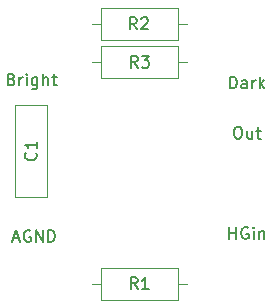
<source format=gbr>
G04 #@! TF.GenerationSoftware,KiCad,Pcbnew,(5.1.5-0-10_14)*
G04 #@! TF.CreationDate,2020-09-14T21:43:17+01:00*
G04 #@! TF.ProjectId,SelectPCB,53656c65-6374-4504-9342-2e6b69636164,rev?*
G04 #@! TF.SameCoordinates,Original*
G04 #@! TF.FileFunction,Legend,Top*
G04 #@! TF.FilePolarity,Positive*
%FSLAX46Y46*%
G04 Gerber Fmt 4.6, Leading zero omitted, Abs format (unit mm)*
G04 Created by KiCad (PCBNEW (5.1.5-0-10_14)) date 2020-09-14 21:43:17*
%MOMM*%
%LPD*%
G04 APERTURE LIST*
%ADD10C,0.200000*%
%ADD11C,0.120000*%
%ADD12C,0.150000*%
G04 APERTURE END LIST*
D10*
X142833333Y-91928571D02*
X142976190Y-91976190D01*
X143023809Y-92023809D01*
X143071428Y-92119047D01*
X143071428Y-92261904D01*
X143023809Y-92357142D01*
X142976190Y-92404761D01*
X142880952Y-92452380D01*
X142500000Y-92452380D01*
X142500000Y-91452380D01*
X142833333Y-91452380D01*
X142928571Y-91500000D01*
X142976190Y-91547619D01*
X143023809Y-91642857D01*
X143023809Y-91738095D01*
X142976190Y-91833333D01*
X142928571Y-91880952D01*
X142833333Y-91928571D01*
X142500000Y-91928571D01*
X143500000Y-92452380D02*
X143500000Y-91785714D01*
X143500000Y-91976190D02*
X143547619Y-91880952D01*
X143595238Y-91833333D01*
X143690476Y-91785714D01*
X143785714Y-91785714D01*
X144119047Y-92452380D02*
X144119047Y-91785714D01*
X144119047Y-91452380D02*
X144071428Y-91500000D01*
X144119047Y-91547619D01*
X144166666Y-91500000D01*
X144119047Y-91452380D01*
X144119047Y-91547619D01*
X145023809Y-91785714D02*
X145023809Y-92595238D01*
X144976190Y-92690476D01*
X144928571Y-92738095D01*
X144833333Y-92785714D01*
X144690476Y-92785714D01*
X144595238Y-92738095D01*
X145023809Y-92404761D02*
X144928571Y-92452380D01*
X144738095Y-92452380D01*
X144642857Y-92404761D01*
X144595238Y-92357142D01*
X144547619Y-92261904D01*
X144547619Y-91976190D01*
X144595238Y-91880952D01*
X144642857Y-91833333D01*
X144738095Y-91785714D01*
X144928571Y-91785714D01*
X145023809Y-91833333D01*
X145500000Y-92452380D02*
X145500000Y-91452380D01*
X145928571Y-92452380D02*
X145928571Y-91928571D01*
X145880952Y-91833333D01*
X145785714Y-91785714D01*
X145642857Y-91785714D01*
X145547619Y-91833333D01*
X145500000Y-91880952D01*
X146261904Y-91785714D02*
X146642857Y-91785714D01*
X146404761Y-91452380D02*
X146404761Y-92309523D01*
X146452380Y-92404761D01*
X146547619Y-92452380D01*
X146642857Y-92452380D01*
X161321428Y-92702380D02*
X161321428Y-91702380D01*
X161559523Y-91702380D01*
X161702380Y-91750000D01*
X161797619Y-91845238D01*
X161845238Y-91940476D01*
X161892857Y-92130952D01*
X161892857Y-92273809D01*
X161845238Y-92464285D01*
X161797619Y-92559523D01*
X161702380Y-92654761D01*
X161559523Y-92702380D01*
X161321428Y-92702380D01*
X162750000Y-92702380D02*
X162750000Y-92178571D01*
X162702380Y-92083333D01*
X162607142Y-92035714D01*
X162416666Y-92035714D01*
X162321428Y-92083333D01*
X162750000Y-92654761D02*
X162654761Y-92702380D01*
X162416666Y-92702380D01*
X162321428Y-92654761D01*
X162273809Y-92559523D01*
X162273809Y-92464285D01*
X162321428Y-92369047D01*
X162416666Y-92321428D01*
X162654761Y-92321428D01*
X162750000Y-92273809D01*
X163226190Y-92702380D02*
X163226190Y-92035714D01*
X163226190Y-92226190D02*
X163273809Y-92130952D01*
X163321428Y-92083333D01*
X163416666Y-92035714D01*
X163511904Y-92035714D01*
X163845238Y-92702380D02*
X163845238Y-91702380D01*
X163940476Y-92321428D02*
X164226190Y-92702380D01*
X164226190Y-92035714D02*
X163845238Y-92416666D01*
X161273809Y-105452380D02*
X161273809Y-104452380D01*
X161273809Y-104928571D02*
X161845238Y-104928571D01*
X161845238Y-105452380D02*
X161845238Y-104452380D01*
X162845238Y-104500000D02*
X162750000Y-104452380D01*
X162607142Y-104452380D01*
X162464285Y-104500000D01*
X162369047Y-104595238D01*
X162321428Y-104690476D01*
X162273809Y-104880952D01*
X162273809Y-105023809D01*
X162321428Y-105214285D01*
X162369047Y-105309523D01*
X162464285Y-105404761D01*
X162607142Y-105452380D01*
X162702380Y-105452380D01*
X162845238Y-105404761D01*
X162892857Y-105357142D01*
X162892857Y-105023809D01*
X162702380Y-105023809D01*
X163321428Y-105452380D02*
X163321428Y-104785714D01*
X163321428Y-104452380D02*
X163273809Y-104500000D01*
X163321428Y-104547619D01*
X163369047Y-104500000D01*
X163321428Y-104452380D01*
X163321428Y-104547619D01*
X163797619Y-104785714D02*
X163797619Y-105452380D01*
X163797619Y-104880952D02*
X163845238Y-104833333D01*
X163940476Y-104785714D01*
X164083333Y-104785714D01*
X164178571Y-104833333D01*
X164226190Y-104928571D01*
X164226190Y-105452380D01*
X161916666Y-95952380D02*
X162107142Y-95952380D01*
X162202380Y-96000000D01*
X162297619Y-96095238D01*
X162345238Y-96285714D01*
X162345238Y-96619047D01*
X162297619Y-96809523D01*
X162202380Y-96904761D01*
X162107142Y-96952380D01*
X161916666Y-96952380D01*
X161821428Y-96904761D01*
X161726190Y-96809523D01*
X161678571Y-96619047D01*
X161678571Y-96285714D01*
X161726190Y-96095238D01*
X161821428Y-96000000D01*
X161916666Y-95952380D01*
X163202380Y-96285714D02*
X163202380Y-96952380D01*
X162773809Y-96285714D02*
X162773809Y-96809523D01*
X162821428Y-96904761D01*
X162916666Y-96952380D01*
X163059523Y-96952380D01*
X163154761Y-96904761D01*
X163202380Y-96857142D01*
X163535714Y-96285714D02*
X163916666Y-96285714D01*
X163678571Y-95952380D02*
X163678571Y-96809523D01*
X163726190Y-96904761D01*
X163821428Y-96952380D01*
X163916666Y-96952380D01*
X142988095Y-105416666D02*
X143464285Y-105416666D01*
X142892857Y-105702380D02*
X143226190Y-104702380D01*
X143559523Y-105702380D01*
X144416666Y-104750000D02*
X144321428Y-104702380D01*
X144178571Y-104702380D01*
X144035714Y-104750000D01*
X143940476Y-104845238D01*
X143892857Y-104940476D01*
X143845238Y-105130952D01*
X143845238Y-105273809D01*
X143892857Y-105464285D01*
X143940476Y-105559523D01*
X144035714Y-105654761D01*
X144178571Y-105702380D01*
X144273809Y-105702380D01*
X144416666Y-105654761D01*
X144464285Y-105607142D01*
X144464285Y-105273809D01*
X144273809Y-105273809D01*
X144892857Y-105702380D02*
X144892857Y-104702380D01*
X145464285Y-105702380D01*
X145464285Y-104702380D01*
X145940476Y-105702380D02*
X145940476Y-104702380D01*
X146178571Y-104702380D01*
X146321428Y-104750000D01*
X146416666Y-104845238D01*
X146464285Y-104940476D01*
X146511904Y-105130952D01*
X146511904Y-105273809D01*
X146464285Y-105464285D01*
X146416666Y-105559523D01*
X146321428Y-105654761D01*
X146178571Y-105702380D01*
X145940476Y-105702380D01*
D11*
X145870000Y-94130000D02*
X145870000Y-101870000D01*
X143130000Y-94130000D02*
X143130000Y-101870000D01*
X145870000Y-94130000D02*
X143130000Y-94130000D01*
X145870000Y-101870000D02*
X143130000Y-101870000D01*
X156940000Y-110620000D02*
X156940000Y-107880000D01*
X156940000Y-107880000D02*
X150400000Y-107880000D01*
X150400000Y-107880000D02*
X150400000Y-110620000D01*
X150400000Y-110620000D02*
X156940000Y-110620000D01*
X157710000Y-109250000D02*
X156940000Y-109250000D01*
X149630000Y-109250000D02*
X150400000Y-109250000D01*
X149630000Y-87250000D02*
X150400000Y-87250000D01*
X157710000Y-87250000D02*
X156940000Y-87250000D01*
X150400000Y-88620000D02*
X156940000Y-88620000D01*
X150400000Y-85880000D02*
X150400000Y-88620000D01*
X156940000Y-85880000D02*
X150400000Y-85880000D01*
X156940000Y-88620000D02*
X156940000Y-85880000D01*
X150400000Y-89130000D02*
X150400000Y-91870000D01*
X150400000Y-91870000D02*
X156940000Y-91870000D01*
X156940000Y-91870000D02*
X156940000Y-89130000D01*
X156940000Y-89130000D02*
X150400000Y-89130000D01*
X149630000Y-90500000D02*
X150400000Y-90500000D01*
X157710000Y-90500000D02*
X156940000Y-90500000D01*
D12*
X144857142Y-98166666D02*
X144904761Y-98214285D01*
X144952380Y-98357142D01*
X144952380Y-98452380D01*
X144904761Y-98595238D01*
X144809523Y-98690476D01*
X144714285Y-98738095D01*
X144523809Y-98785714D01*
X144380952Y-98785714D01*
X144190476Y-98738095D01*
X144095238Y-98690476D01*
X144000000Y-98595238D01*
X143952380Y-98452380D01*
X143952380Y-98357142D01*
X144000000Y-98214285D01*
X144047619Y-98166666D01*
X144952380Y-97214285D02*
X144952380Y-97785714D01*
X144952380Y-97500000D02*
X143952380Y-97500000D01*
X144095238Y-97595238D01*
X144190476Y-97690476D01*
X144238095Y-97785714D01*
X153503333Y-109702380D02*
X153170000Y-109226190D01*
X152931904Y-109702380D02*
X152931904Y-108702380D01*
X153312857Y-108702380D01*
X153408095Y-108750000D01*
X153455714Y-108797619D01*
X153503333Y-108892857D01*
X153503333Y-109035714D01*
X153455714Y-109130952D01*
X153408095Y-109178571D01*
X153312857Y-109226190D01*
X152931904Y-109226190D01*
X154455714Y-109702380D02*
X153884285Y-109702380D01*
X154170000Y-109702380D02*
X154170000Y-108702380D01*
X154074761Y-108845238D01*
X153979523Y-108940476D01*
X153884285Y-108988095D01*
X153423333Y-87702380D02*
X153090000Y-87226190D01*
X152851904Y-87702380D02*
X152851904Y-86702380D01*
X153232857Y-86702380D01*
X153328095Y-86750000D01*
X153375714Y-86797619D01*
X153423333Y-86892857D01*
X153423333Y-87035714D01*
X153375714Y-87130952D01*
X153328095Y-87178571D01*
X153232857Y-87226190D01*
X152851904Y-87226190D01*
X153804285Y-86797619D02*
X153851904Y-86750000D01*
X153947142Y-86702380D01*
X154185238Y-86702380D01*
X154280476Y-86750000D01*
X154328095Y-86797619D01*
X154375714Y-86892857D01*
X154375714Y-86988095D01*
X154328095Y-87130952D01*
X153756666Y-87702380D01*
X154375714Y-87702380D01*
X153503333Y-90952380D02*
X153170000Y-90476190D01*
X152931904Y-90952380D02*
X152931904Y-89952380D01*
X153312857Y-89952380D01*
X153408095Y-90000000D01*
X153455714Y-90047619D01*
X153503333Y-90142857D01*
X153503333Y-90285714D01*
X153455714Y-90380952D01*
X153408095Y-90428571D01*
X153312857Y-90476190D01*
X152931904Y-90476190D01*
X153836666Y-89952380D02*
X154455714Y-89952380D01*
X154122380Y-90333333D01*
X154265238Y-90333333D01*
X154360476Y-90380952D01*
X154408095Y-90428571D01*
X154455714Y-90523809D01*
X154455714Y-90761904D01*
X154408095Y-90857142D01*
X154360476Y-90904761D01*
X154265238Y-90952380D01*
X153979523Y-90952380D01*
X153884285Y-90904761D01*
X153836666Y-90857142D01*
M02*

</source>
